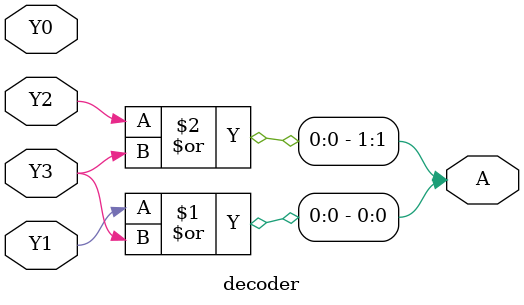
<source format=v>
module decoder(Y0, Y1, Y2, Y3, A);
    input Y0, Y1, Y2, Y3;
    output[1:0] A;

    // my code
    // assign A[0] = (Y1 == 1'b1 || Y3 == 1'b1) ? 1 : 0;
    // assign A[1] = (Y2 == 1'b1 || Y3 == 1'b1) ? 1 : 0;

    assign A[0] = Y1 | Y3;
    assign A[1] = Y2 | Y3;
endmodule
</source>
